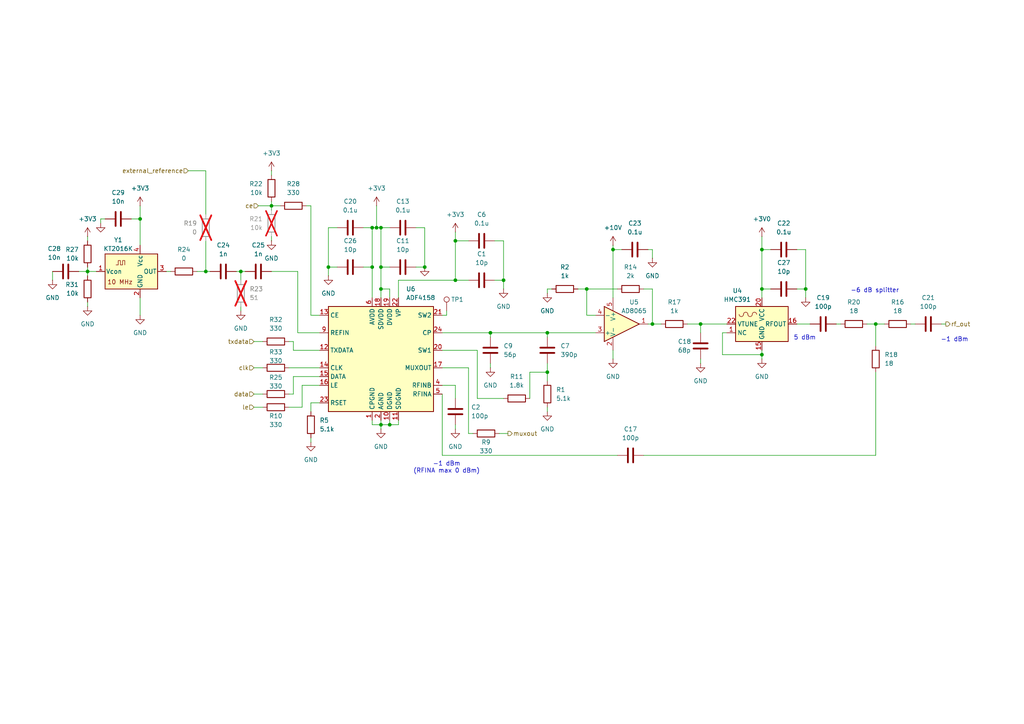
<source format=kicad_sch>
(kicad_sch (version 20250114) (generator "eeschema") (generator_version "9.0")
  (paper "A4")
  (title_block (title "ADF4158 + HMC391 PCB") (rev "v1.0") (company "Daniel Estévez"))
  (lib_symbols
    (symbol "ADF4158_PCB_library:AD8065" (pin_names (offset 0.127))
      (property "Reference" "U" (at 0 5.08 0))
      (property "Value" "AD8065" (at 0 -5.08 0))
      (symbol "AD8065_0_1"
        (polyline (pts (xy -5.08 5.08) (xy 5.08 0) (xy -5.08 -5.08) (xy -5.08 5.08)) (stroke (width 0.254)) (fill (type background)))
        (pin power_in line (at -2.54 7.62 270) (length 3.81) (name "V+") (number "5"))
        (pin power_in line (at -2.54 -7.62 90) (length 3.81) (name "V-") (number "2"))
      )
      (symbol "AD8065_1_1"
        (pin input line (at -7.62 2.54 0) (length 2.54) (name "-") (number "4"))
        (pin input line (at -7.62 -2.54 0) (length 2.54) (name "+") (number "3"))
        (pin output line (at 7.62 0 180) (length 2.54) (name "~") (number "1"))
      )
    )
    (symbol "ADF4158_PCB_library:HMC391"
      (property "Reference" "U" (at -6.35 6.35 0))
      (property "Value" "HMC391" (at 5.08 6.35 0))
      (symbol "HMC391_0_1"
        (rectangle (start -7.62 5.08) (end 7.62 -5.08) (stroke (width 0.254)) (fill (type background)))
        (arc (start -5.334 2.794) (mid -5.969 2.1617) (end -6.604 2.794))
        (arc (start -5.334 2.794) (mid -4.699 3.4263) (end -4.064 2.794))
        (arc (start -2.794 2.794) (mid -3.429 2.1617) (end -4.064 2.794))
        (arc (start -2.794 2.794) (mid -2.159 3.4263) (end -1.524 2.794))
      )
      (symbol "HMC391_1_1"
        (pin input line (at -10.16 0 0) (length 2.54) (name "VTUNE") (number "22"))
        (pin passive line (at -10.16 -2.54 0) (length 2.54) (name "NC") (number "1"))
        (pin passive line (at -10.16 -2.54 0) (length 2.54) (hide yes) (name "NC") (number "10"))
        (pin passive line (at -10.16 -2.54 0) (length 2.54) (hide yes) (name "NC") (number "11"))
        (pin passive line (at -10.16 -2.54 0) (length 2.54) (hide yes) (name "NC") (number "12"))
        (pin passive line (at -10.16 -2.54 0) (length 2.54) (hide yes) (name "NC") (number "13"))
        (pin passive line (at -10.16 -2.54 0) (length 2.54) (hide yes) (name "NC") (number "14"))
        (pin passive line (at -10.16 -2.54 0) (length 2.54) (hide yes) (name "NC") (number "17"))
        (pin passive line (at -10.16 -2.54 0) (length 2.54) (hide yes) (name "NC") (number "18"))
        (pin passive line (at -10.16 -2.54 0) (length 2.54) (hide yes) (name "NC") (number "19"))
        (pin passive line (at -10.16 -2.54 0) (length 2.54) (hide yes) (name "NC") (number "2"))
        (pin passive line (at -10.16 -2.54 0) (length 2.54) (hide yes) (name "NC") (number "21"))
        (pin passive line (at -10.16 -2.54 0) (length 2.54) (hide yes) (name "NC") (number "23"))
        (pin passive line (at -10.16 -2.54 0) (length 2.54) (hide yes) (name "NC") (number "24"))
        (pin passive line (at -10.16 -2.54 0) (length 2.54) (hide yes) (name "NC") (number "3"))
        (pin passive line (at -10.16 -2.54 0) (length 2.54) (hide yes) (name "NC") (number "4"))
        (pin passive line (at -10.16 -2.54 0) (length 2.54) (hide yes) (name "NC") (number "5"))
        (pin passive line (at -10.16 -2.54 0) (length 2.54) (hide yes) (name "NC") (number "6"))
        (pin passive line (at -10.16 -2.54 0) (length 2.54) (hide yes) (name "NC") (number "7"))
        (pin passive line (at -10.16 -2.54 0) (length 2.54) (hide yes) (name "NC") (number "8"))
        (pin passive line (at -10.16 -2.54 0) (length 2.54) (hide yes) (name "NC") (number "9"))
        (pin power_in line (at 0 7.62 270) (length 2.54) (name "VCC") (number "20"))
        (pin power_in line (at 0 -7.62 90) (length 2.54) (name "GND") (number "15"))
        (pin passive line (at 0 -7.62 90) (length 2.54) (hide yes) (name "GND") (number "25"))
        (pin output line (at 10.16 0 180) (length 2.54) (name "RFOUT") (number "16"))
      )
    )
    (symbol "ADF4158_PCB_library:KT2016K" (pin_names (offset 0.254))
      (property "Reference" "Y" (at -5.08 6.35 0))
      (property "Value" "KT2016K" (at 1.27 -6.35 0))
      (symbol "KT2016K_0_1"
        (rectangle (start -10.16 5.08) (end 5.08 -5.08) (stroke (width 0.254)) (fill (type background)))
        (polyline (pts (xy -6.985 1.905) (xy -6.35 1.905) (xy -6.35 3.175) (xy -5.715 3.175) (xy -5.715 1.905) (xy -5.08 1.905) (xy -5.08 3.175) (xy -4.445 3.175) (xy -4.445 1.905)))
      )
      (symbol "KT2016K_1_1"
        (text "10 MHz" (at -5.842 -3.048 0) (effects (font (size 1.27 1.27))))
        (pin input line (at -12.7 0 0) (length 2.54) (name "Vcon") (number "1"))
        (pin power_in line (at 0 7.62 270) (length 2.54) (name "Vcc") (number "4"))
        (pin power_in line (at 0 -7.62 90) (length 2.54) (name "GND") (number "2"))
        (pin output line (at 7.62 0 180) (length 2.54) (name "OUT") (number "3"))
      )
    )
    (symbol "Connector:TestPoint" (pin_numbers (hide yes)) (pin_names (offset 0.762) (hide yes))
      (property "Reference" "TP" (at 0 6.858 0))
      (property "Value" "TestPoint" (at 0 5.08 0))
      (symbol "TestPoint_0_1"
        (circle (center 0 3.302) (radius 0.762))
      )
      (symbol "TestPoint_1_1"
        (pin passive line (at 0 0 90) (length 2.54) (name "1") (number "1"))
      )
    )
    (symbol "Device:C" (pin_numbers (hide yes)) (pin_names (offset 0.254))
      (property "Reference" "C" (at 0.635 2.54 0))
      (property "Value" "C" (at 0.635 -2.54 0))
      (symbol "C_0_1"
        (polyline (pts (xy -2.032 0.762) (xy 2.032 0.762)) (stroke (width 0.508)))
        (polyline (pts (xy -2.032 -0.762) (xy 2.032 -0.762)) (stroke (width 0.508)))
      )
      (symbol "C_1_1"
        (pin passive line (at 0 3.81 270) (length 2.794) (name "~") (number "1"))
        (pin passive line (at 0 -3.81 90) (length 2.794) (name "~") (number "2"))
      )
    )
    (symbol "Device:R" (pin_numbers (hide yes)) (pin_names (offset 0))
      (property "Reference" "R" (at 2.032 0 90))
      (property "Value" "R" (at 0 0 90))
      (symbol "R_0_1"
        (rectangle (start -1.016 -2.54) (end 1.016 2.54) (stroke (width 0.254)))
      )
      (symbol "R_1_1"
        (pin passive line (at 0 3.81 270) (length 1.27) (name "~") (number "1"))
        (pin passive line (at 0 -3.81 90) (length 1.27) (name "~") (number "2"))
      )
    )
    (symbol "Timer_PLL:ADF4158"
      (property "Reference" "U" (at 0 2.54 0))
      (property "Value" "ADF4158" (at 0 0 0))
      (symbol "ADF4158_0_1"
        (rectangle (start -15.24 15.24) (end 15.24 -15.24) (stroke (width 0.254)) (fill (type background)))
      )
      (symbol "ADF4158_1_1"
        (pin input line (at -17.78 12.7 0) (length 2.54) (name "CE") (number "13"))
        (pin input line (at -17.78 7.62 0) (length 2.54) (name "REFIN") (number "9"))
        (pin input line (at -17.78 2.54 0) (length 2.54) (name "TXDATA") (number "12"))
        (pin input line (at -17.78 -2.54 0) (length 2.54) (name "CLK") (number "14"))
        (pin input line (at -17.78 -5.08 0) (length 2.54) (name "DATA") (number "15"))
        (pin input line (at -17.78 -7.62 0) (length 2.54) (name "LE") (number "16"))
        (pin passive line (at -17.78 -12.7 0) (length 2.54) (name "RSET") (number "23"))
        (pin power_in line (at -2.54 17.78 270) (length 2.54) (name "AVDD") (number "6"))
        (pin passive line (at -2.54 17.78 270) (length 2.54) (hide yes) (name "AVDD") (number "7"))
        (pin passive line (at -2.54 17.78 270) (length 2.54) (hide yes) (name "AVDD") (number "8"))
        (pin power_in line (at -2.54 -17.78 90) (length 2.54) (name "CPGND") (number "1"))
        (pin power_in line (at 0 17.78 270) (length 2.54) (name "SDVDD") (number "18"))
        (pin power_in line (at 0 -17.78 90) (length 2.54) (name "AGND") (number "2"))
        (pin passive line (at 0 -17.78 90) (length 2.54) (hide yes) (name "AGND") (number "25"))
        (pin passive line (at 0 -17.78 90) (length 2.54) (hide yes) (name "AGND") (number "3"))
        (pin power_in line (at 2.54 17.78 270) (length 2.54) (name "DVDD") (number "19"))
        (pin power_in line (at 2.54 -17.78 90) (length 2.54) (name "DGND") (number "10"))
        (pin power_in line (at 5.08 17.78 270) (length 2.54) (name "VP") (number "22"))
        (pin power_in line (at 5.08 -17.78 90) (length 2.54) (name "SDGND") (number "11"))
        (pin passive line (at 17.78 12.7 180) (length 2.54) (name "SW2") (number "21"))
        (pin output line (at 17.78 7.62 180) (length 2.54) (name "CP") (number "24"))
        (pin passive line (at 17.78 2.54 180) (length 2.54) (name "SW1") (number "20"))
        (pin output line (at 17.78 -2.54 180) (length 2.54) (name "MUXOUT") (number "17"))
        (pin input line (at 17.78 -7.62 180) (length 2.54) (name "RFINB") (number "4"))
        (pin input line (at 17.78 -10.16 180) (length 2.54) (name "RFINA") (number "5"))
      )
    )
    (symbol "power:+10V" (power) (pin_numbers (hide yes)) (pin_names (offset 0) (hide yes))
      (property "Value" "+10V" (at 0 3.556 0))
      (symbol "+10V_0_1"
        (polyline (pts (xy -0.762 1.27) (xy 0 2.54)))
        (polyline (pts (xy 0 2.54) (xy 0.762 1.27)))
        (polyline (pts (xy 0 0) (xy 0 2.54)))
      )
      (symbol "+10V_1_1"
        (pin power_in line (at 0 0 90) (length 0) (name "~") (number "1"))
      )
    )
    (symbol "power:+3V0" (power) (pin_numbers (hide yes)) (pin_names (offset 0) (hide yes))
      (property "Value" "+3V0" (at 0 3.556 0))
      (symbol "+3V0_0_1"
        (polyline (pts (xy -0.762 1.27) (xy 0 2.54)))
        (polyline (pts (xy 0 2.54) (xy 0.762 1.27)))
        (polyline (pts (xy 0 0) (xy 0 2.54)))
      )
      (symbol "+3V0_1_1"
        (pin power_in line (at 0 0 90) (length 0) (name "~") (number "1"))
      )
    )
    (symbol "power:+3V3" (power) (pin_numbers (hide yes)) (pin_names (offset 0) (hide yes))
      (property "Value" "+3V3" (at 0 3.556 0))
      (symbol "+3V3_0_1"
        (polyline (pts (xy -0.762 1.27) (xy 0 2.54)))
        (polyline (pts (xy 0 2.54) (xy 0.762 1.27)))
        (polyline (pts (xy 0 0) (xy 0 2.54)))
      )
      (symbol "+3V3_1_1"
        (pin power_in line (at 0 0 90) (length 0) (name "~") (number "1"))
      )
    )
    (symbol "power:GND" (power) (pin_numbers (hide yes)) (pin_names (offset 0) (hide yes))
      (property "Value" "GND" (at 0 -3.81 0))
      (symbol "GND_0_1"
        (polyline (pts (xy 0 0) (xy 0 -1.27) (xy 1.27 -1.27) (xy 0 -2.54) (xy -1.27 -1.27) (xy 0 -1.27)))
      )
      (symbol "GND_1_1"
        (pin power_in line (at 0 0 270) (length 0) (name "~") (number "1"))
      )
    )
  )
  (text "-6 dB splitter" (at 253.746 84.328 0) (effects (font (size 1.27 1.27))))
  (text "-1 dBm\n(RFINA max 0 dBm)" (at 129.54 135.636 0) (effects (font (size 1.27 1.27))))
  (text "-1 dBm" (at 276.86 98.552 0) (effects (font (size 1.27 1.27))))
  (text "5 dBm" (at 233.426 98.044 0) (effects (font (size 1.27 1.27))))
  (junction (at 158.75 96.52))
  (junction (at 123.19 77.47))
  (junction (at 146.05 81.28))
  (junction (at 113.03 123.19))
  (junction (at 69.85 78.74))
  (junction (at 158.75 107.95))
  (junction (at 203.2 93.98))
  (junction (at 170.18 83.82))
  (junction (at 132.08 81.28))
  (junction (at 40.64 63.5))
  (junction (at 220.98 83.82))
  (junction (at 109.22 66.04))
  (junction (at 220.98 102.87))
  (junction (at 220.98 72.39))
  (junction (at 177.8 72.39))
  (junction (at 95.25 77.47))
  (junction (at 189.23 93.98))
  (junction (at 110.49 123.19))
  (junction (at 59.69 78.74))
  (junction (at 25.4 78.74))
  (junction (at 233.68 83.82))
  (junction (at 107.95 66.04))
  (junction (at 107.95 77.47))
  (junction (at 254 93.98))
  (junction (at 110.49 83.82))
  (junction (at 110.49 66.04))
  (junction (at 132.08 69.85))
  (junction (at 142.24 96.52))
  (junction (at 78.74 59.69))
  (junction (at 110.49 77.47))
  (wire (pts (xy 87.63 118.11) (xy 87.63 111.76)))
  (wire (pts (xy 132.08 81.28) (xy 115.57 81.28)))
  (wire (pts (xy 158.75 107.95) (xy 158.75 110.49)))
  (wire (pts (xy 167.64 83.82) (xy 170.18 83.82)))
  (wire (pts (xy 220.98 68.58) (xy 220.98 72.39)))
  (wire (pts (xy 92.71 116.84) (xy 90.17 116.84)))
  (wire (pts (xy 57.15 78.74) (xy 59.69 78.74)))
  (wire (pts (xy 132.08 67.31) (xy 132.08 69.85)))
  (wire (pts (xy 123.19 77.47) (xy 120.65 77.47)))
  (wire (pts (xy 83.82 99.06) (xy 85.09 99.06)))
  (wire (pts (xy 110.49 123.19) (xy 110.49 124.46)))
  (wire (pts (xy 129.54 91.44) (xy 129.54 90.17)))
  (wire (pts (xy 177.8 101.6) (xy 177.8 104.14)))
  (wire (pts (xy 128.27 111.76) (xy 132.08 111.76)))
  (wire (pts (xy 123.19 66.04) (xy 123.19 77.47)))
  (wire (pts (xy 78.74 78.74) (xy 86.36 78.74)))
  (wire (pts (xy 177.8 72.39) (xy 177.8 86.36)))
  (wire (pts (xy 170.18 83.82) (xy 170.18 91.44)))
  (wire (pts (xy 177.8 71.12) (xy 177.8 72.39)))
  (wire (pts (xy 90.17 116.84) (xy 90.17 119.38)))
  (wire (pts (xy 71.12 78.74) (xy 69.85 78.74)))
  (wire (pts (xy 170.18 83.82) (xy 179.07 83.82)))
  (wire (pts (xy 220.98 101.6) (xy 220.98 102.87)))
  (wire (pts (xy 110.49 66.04) (xy 110.49 77.47)))
  (wire (pts (xy 135.89 106.68) (xy 135.89 125.73)))
  (wire (pts (xy 78.74 59.69) (xy 81.28 59.69)))
  (wire (pts (xy 54.61 49.53) (xy 59.69 49.53)))
  (wire (pts (xy 113.03 77.47) (xy 110.49 77.47)))
  (wire (pts (xy 142.24 105.41) (xy 142.24 106.68)))
  (wire (pts (xy 231.14 93.98) (xy 234.95 93.98)))
  (wire (pts (xy 220.98 72.39) (xy 220.98 83.82)))
  (wire (pts (xy 158.75 118.11) (xy 158.75 119.38)))
  (wire (pts (xy 40.64 86.36) (xy 40.64 91.44)))
  (wire (pts (xy 142.24 96.52) (xy 158.75 96.52)))
  (wire (pts (xy 59.69 69.85) (xy 59.69 78.74)))
  (wire (pts (xy 120.65 66.04) (xy 123.19 66.04)))
  (wire (pts (xy 107.95 123.19) (xy 110.49 123.19)))
  (wire (pts (xy 128.27 132.08) (xy 179.07 132.08)))
  (wire (pts (xy 68.58 78.74) (xy 69.85 78.74)))
  (wire (pts (xy 220.98 83.82) (xy 223.52 83.82)))
  (wire (pts (xy 115.57 123.19) (xy 113.03 123.19)))
  (wire (pts (xy 220.98 72.39) (xy 223.52 72.39)))
  (wire (pts (xy 160.02 83.82) (xy 158.75 83.82)))
  (wire (pts (xy 128.27 106.68) (xy 135.89 106.68)))
  (wire (pts (xy 83.82 106.68) (xy 92.71 106.68)))
  (wire (pts (xy 83.82 114.3) (xy 85.09 114.3)))
  (wire (pts (xy 73.66 106.68) (xy 76.2 106.68)))
  (wire (pts (xy 128.27 101.6) (xy 138.43 101.6)))
  (wire (pts (xy 115.57 81.28) (xy 115.57 86.36)))
  (wire (pts (xy 85.09 101.6) (xy 92.71 101.6)))
  (wire (pts (xy 22.86 78.74) (xy 25.4 78.74)))
  (wire (pts (xy 29.21 63.5) (xy 30.48 63.5)))
  (wire (pts (xy 85.09 114.3) (xy 85.09 109.22)))
  (wire (pts (xy 25.4 87.63) (xy 25.4 88.9)))
  (wire (pts (xy 199.39 93.98) (xy 203.2 93.98)))
  (wire (pts (xy 128.27 114.3) (xy 128.27 132.08)))
  (wire (pts (xy 203.2 93.98) (xy 210.82 93.98)))
  (wire (pts (xy 115.57 121.92) (xy 115.57 123.19)))
  (wire (pts (xy 110.49 83.82) (xy 110.49 86.36)))
  (wire (pts (xy 48.26 78.74) (xy 49.53 78.74)))
  (wire (pts (xy 113.03 121.92) (xy 113.03 123.19)))
  (wire (pts (xy 113.03 83.82) (xy 110.49 83.82)))
  (wire (pts (xy 146.05 83.82) (xy 146.05 81.28)))
  (wire (pts (xy 251.46 93.98) (xy 254 93.98)))
  (wire (pts (xy 113.03 123.19) (xy 110.49 123.19)))
  (wire (pts (xy 187.96 93.98) (xy 189.23 93.98)))
  (wire (pts (xy 254 93.98) (xy 256.54 93.98)))
  (wire (pts (xy 59.69 49.53) (xy 59.69 62.23)))
  (wire (pts (xy 95.25 80.01) (xy 95.25 77.47)))
  (wire (pts (xy 105.41 66.04) (xy 107.95 66.04)))
  (wire (pts (xy 128.27 96.52) (xy 142.24 96.52)))
  (wire (pts (xy 203.2 93.98) (xy 203.2 96.52)))
  (wire (pts (xy 233.68 72.39) (xy 233.68 83.82)))
  (wire (pts (xy 78.74 58.42) (xy 78.74 59.69)))
  (wire (pts (xy 132.08 81.28) (xy 135.89 81.28)))
  (wire (pts (xy 110.49 77.47) (xy 110.49 83.82)))
  (wire (pts (xy 203.2 104.14) (xy 203.2 105.41)))
  (wire (pts (xy 87.63 118.11) (xy 83.82 118.11)))
  (wire (pts (xy 273.05 93.98) (xy 274.32 93.98)))
  (wire (pts (xy 233.68 83.82) (xy 231.14 83.82)))
  (wire (pts (xy 210.82 96.52) (xy 209.55 96.52)))
  (wire (pts (xy 109.22 66.04) (xy 110.49 66.04)))
  (wire (pts (xy 109.22 59.69) (xy 109.22 66.04)))
  (wire (pts (xy 107.95 66.04) (xy 107.95 77.47)))
  (wire (pts (xy 95.25 66.04) (xy 95.25 77.47)))
  (wire (pts (xy 110.49 121.92) (xy 110.49 123.19)))
  (wire (pts (xy 186.69 132.08) (xy 254 132.08)))
  (wire (pts (xy 132.08 69.85) (xy 132.08 81.28)))
  (wire (pts (xy 172.72 96.52) (xy 158.75 96.52)))
  (wire (pts (xy 187.96 72.39) (xy 189.23 72.39)))
  (wire (pts (xy 138.43 115.57) (xy 146.05 115.57)))
  (wire (pts (xy 25.4 68.58) (xy 25.4 69.85)))
  (wire (pts (xy 153.67 107.95) (xy 158.75 107.95)))
  (wire (pts (xy 25.4 78.74) (xy 25.4 77.47)))
  (wire (pts (xy 220.98 102.87) (xy 220.98 104.14)))
  (wire (pts (xy 97.79 66.04) (xy 95.25 66.04)))
  (wire (pts (xy 85.09 99.06) (xy 85.09 101.6)))
  (wire (pts (xy 90.17 127) (xy 90.17 128.27)))
  (wire (pts (xy 25.4 78.74) (xy 27.94 78.74)))
  (wire (pts (xy 78.74 59.69) (xy 78.74 60.96)))
  (wire (pts (xy 142.24 96.52) (xy 142.24 97.79)))
  (wire (pts (xy 40.64 63.5) (xy 38.1 63.5)))
  (wire (pts (xy 107.95 121.92) (xy 107.95 123.19)))
  (wire (pts (xy 132.08 69.85) (xy 135.89 69.85)))
  (wire (pts (xy 158.75 105.41) (xy 158.75 107.95)))
  (wire (pts (xy 264.16 93.98) (xy 265.43 93.98)))
  (wire (pts (xy 40.64 59.69) (xy 40.64 63.5)))
  (wire (pts (xy 209.55 102.87) (xy 220.98 102.87)))
  (wire (pts (xy 113.03 86.36) (xy 113.03 83.82)))
  (wire (pts (xy 254 107.95) (xy 254 132.08)))
  (wire (pts (xy 69.85 78.74) (xy 69.85 81.28)))
  (wire (pts (xy 220.98 83.82) (xy 220.98 86.36)))
  (wire (pts (xy 158.75 83.82) (xy 158.75 85.09)))
  (wire (pts (xy 186.69 83.82) (xy 189.23 83.82)))
  (wire (pts (xy 74.93 59.69) (xy 78.74 59.69)))
  (wire (pts (xy 143.51 69.85) (xy 146.05 69.85)))
  (wire (pts (xy 105.41 77.47) (xy 107.95 77.47)))
  (wire (pts (xy 128.27 91.44) (xy 129.54 91.44)))
  (wire (pts (xy 189.23 72.39) (xy 189.23 74.93)))
  (wire (pts (xy 88.9 59.69) (xy 90.17 59.69)))
  (wire (pts (xy 73.66 114.3) (xy 76.2 114.3)))
  (wire (pts (xy 85.09 109.22) (xy 92.71 109.22)))
  (wire (pts (xy 92.71 91.44) (xy 90.17 91.44)))
  (wire (pts (xy 209.55 96.52) (xy 209.55 102.87)))
  (wire (pts (xy 78.74 68.58) (xy 78.74 69.85)))
  (wire (pts (xy 146.05 69.85) (xy 146.05 81.28)))
  (wire (pts (xy 132.08 111.76) (xy 132.08 115.57)))
  (wire (pts (xy 146.05 81.28) (xy 143.51 81.28)))
  (wire (pts (xy 78.74 49.53) (xy 78.74 50.8)))
  (wire (pts (xy 107.95 77.47) (xy 107.95 86.36)))
  (wire (pts (xy 40.64 63.5) (xy 40.64 71.12)))
  (wire (pts (xy 95.25 77.47) (xy 97.79 77.47)))
  (wire (pts (xy 231.14 72.39) (xy 233.68 72.39)))
  (wire (pts (xy 189.23 83.82) (xy 189.23 93.98)))
  (wire (pts (xy 138.43 101.6) (xy 138.43 115.57)))
  (wire (pts (xy 59.69 78.74) (xy 60.96 78.74)))
  (wire (pts (xy 86.36 96.52) (xy 92.71 96.52)))
  (wire (pts (xy 73.66 118.11) (xy 76.2 118.11)))
  (wire (pts (xy 113.03 66.04) (xy 110.49 66.04)))
  (wire (pts (xy 242.57 93.98) (xy 243.84 93.98)))
  (wire (pts (xy 153.67 115.57) (xy 153.67 107.95)))
  (wire (pts (xy 109.22 66.04) (xy 107.95 66.04)))
  (wire (pts (xy 158.75 97.79) (xy 158.75 96.52)))
  (wire (pts (xy 15.24 78.74) (xy 15.24 81.28)))
  (wire (pts (xy 254 93.98) (xy 254 100.33)))
  (wire (pts (xy 90.17 91.44) (xy 90.17 59.69)))
  (wire (pts (xy 189.23 93.98) (xy 191.77 93.98)))
  (wire (pts (xy 29.21 64.77) (xy 29.21 63.5)))
  (wire (pts (xy 135.89 125.73) (xy 137.16 125.73)))
  (wire (pts (xy 170.18 91.44) (xy 172.72 91.44)))
  (wire (pts (xy 177.8 72.39) (xy 180.34 72.39)))
  (wire (pts (xy 233.68 86.36) (xy 233.68 83.82)))
  (wire (pts (xy 144.78 125.73) (xy 147.32 125.73)))
  (wire (pts (xy 69.85 88.9) (xy 69.85 90.17)))
  (wire (pts (xy 73.66 99.06) (xy 76.2 99.06)))
  (wire (pts (xy 86.36 78.74) (xy 86.36 96.52)))
  (wire (pts (xy 132.08 123.19) (xy 132.08 124.46)))
  (wire (pts (xy 87.63 111.76) (xy 92.71 111.76)))
  (wire (pts (xy 25.4 78.74) (xy 25.4 80.01)))
  (hierarchical_label "external_reference" (shape input) (at 54.61 49.53 180))
  (hierarchical_label "txdata" (shape input) (at 73.66 99.06 180))
  (hierarchical_label "le" (shape input) (at 73.66 118.11 180))
  (hierarchical_label "rf_out" (shape output) (at 274.32 93.98 0))
  (hierarchical_label "muxout" (shape output) (at 147.32 125.73 0))
  (hierarchical_label "ce" (shape input) (at 74.93 59.69 180))
  (hierarchical_label "data" (shape input) (at 73.66 114.3 180))
  (hierarchical_label "clk" (shape input) (at 73.66 106.68 180))
  (symbol (lib_id "Device:R") (at 80.01 99.06 90) (unit 1)
    (property "Reference" "R32" (at 80.01 92.71 90))
    (property "Value" "330" (at 80.01 95.25 90))
    (property "Footprint" "Resistor_SMD:R_0402_1005Metric" (effects (hide yes)))
    (property "Datasheet" "https://industrial.panasonic.com/cdbs/www-data/pdf/RDA0000/AOA0000C304.pdf" (effects (hide yes)))
    (property "Description" "RES SMD 330 OHM 1% 1/10W 0402" (effects (hide yes)))
    (property "Digikey Part Number" "P330LCT-ND" (effects (hide yes)))
  )
  (symbol (lib_id "Device:R") (at 85.09 59.69 90) (unit 1)
    (property "Reference" "R28" (at 85.09 53.34 90))
    (property "Value" "330" (at 85.09 55.88 90))
    (property "Footprint" "Resistor_SMD:R_0402_1005Metric" (effects (hide yes)))
    (property "Datasheet" "https://industrial.panasonic.com/cdbs/www-data/pdf/RDA0000/AOA0000C304.pdf" (effects (hide yes)))
    (property "Description" "RES SMD 330 OHM 1% 1/10W 0402" (effects (hide yes)))
    (property "Digikey Part Number" "P330LCT-ND" (effects (hide yes)))
  )
  (symbol (lib_id "Device:R") (at 158.75 114.3 180) (unit 1)
    (property "Reference" "R1" (at 161.29 113.0299 0) (effects (justify right)))
    (property "Value" "5.1k" (at 161.29 115.5699 0) (effects (justify right)))
    (property "Footprint" "Resistor_SMD:R_0402_1005Metric" (effects (hide yes)))
    (property "Datasheet" "https://industrial.panasonic.com/cdbs/www-data/pdf/RDM0000/AOA0000C307.pdf" (effects (hide yes)))
    (property "Description" "RES SMD 5.1K OHM 0.1% 1/16W 0402" (effects (hide yes)))
    (property "Digikey Part Number" "P5.1KDCCT-ND" (effects (hide yes)))
  )
  (symbol (lib_id "Device:R") (at 80.01 106.68 90) (unit 1)
    (property "Reference" "R33" (at 80.01 102.108 90))
    (property "Value" "330" (at 80.01 104.648 90))
    (property "Footprint" "Resistor_SMD:R_0402_1005Metric" (effects (hide yes)))
    (property "Datasheet" "https://industrial.panasonic.com/cdbs/www-data/pdf/RDA0000/AOA0000C304.pdf" (effects (hide yes)))
    (property "Description" "RES SMD 330 OHM 1% 1/10W 0402" (effects (hide yes)))
    (property "Digikey Part Number" "P330LCT-ND" (effects (hide yes)))
  )
  (symbol (lib_id "power:GND") (at 158.75 85.09 0) (unit 1)
    (property "Reference" "#PWR015" (effects (hide yes)))
    (property "Value" "GND" (at 158.75 90.17 0))
    (property "Description" "Power symbol creates a global label with name \"GND\" , ground" (effects (hide yes)))
  )
  (symbol (lib_id "Device:R") (at 140.97 125.73 90) (unit 1)
    (property "Reference" "R9" (at 140.97 128.27 90))
    (property "Value" "330" (at 140.97 130.81 90))
    (property "Footprint" "Resistor_SMD:R_0402_1005Metric" (effects (hide yes)))
    (property "Datasheet" "https://industrial.panasonic.com/cdbs/www-data/pdf/RDA0000/AOA0000C304.pdf" (effects (hide yes)))
    (property "Description" "RES SMD 330 OHM 1% 1/10W 0402" (effects (hide yes)))
    (property "Digikey Part Number" "P330LCT-ND" (effects (hide yes)))
  )
  (symbol (lib_id "Device:R") (at 78.74 54.61 0) (mirror y) (unit 1)
    (property "Reference" "R22" (at 76.2 53.3399 0) (effects (justify left)))
    (property "Value" "10k" (at 76.2 55.8799 0) (effects (justify left)))
    (property "Footprint" "Resistor_SMD:R_0402_1005Metric" (effects (hide yes)))
    (property "Datasheet" "https://industrial.panasonic.com/cdbs/www-data/pdf/RDA0000/AOA0000C304.pdf" (effects (hide yes)))
    (property "Description" "RES SMD 10K OHM 1% 1/10W 0402" (effects (hide yes)))
    (property "Digikey Part Number" "P10.0KLCT-ND" (effects (hide yes)))
  )
  (symbol (lib_id "power:GND") (at 142.24 106.68 0) (unit 1)
    (property "Reference" "#PWR013" (effects (hide yes)))
    (property "Value" "GND" (at 142.24 111.76 0))
    (property "Description" "Power symbol creates a global label with name \"GND\" , ground" (effects (hide yes)))
  )
  (symbol (lib_id "power:GND") (at 123.19 77.47 0) (mirror y) (unit 1)
    (property "Reference" "#PWR010" (effects (hide yes)))
    (property "Value" "GND" (effects (hide yes)))
    (property "Description" "Power symbol creates a global label with name \"GND\" , ground" (effects (hide yes)))
  )
  (symbol (lib_id "power:GND") (at 15.24 81.28 0) (unit 1)
    (property "Reference" "#PWR053" (effects (hide yes)))
    (property "Value" "GND" (at 15.24 86.36 0))
    (property "Description" "Power symbol creates a global label with name \"GND\" , ground" (effects (hide yes)))
  )
  (symbol (lib_id "Device:C") (at 19.05 78.74 90) (unit 1)
    (property "Reference" "C28" (at 15.748 72.136 90))
    (property "Value" "10n" (at 15.748 74.676 90))
    (property "Footprint" "Capacitor_SMD:C_0402_1005Metric" (effects (hide yes)))
    (property "Datasheet" "https://mm.digikey.com/Volume0/opasdata/d220001/medias/docus/609/CL05B103KB5NNN_Spec.pdf" (effects (hide yes)))
    (property "Description" "CAP CER 10000PF 50V X7R 0402" (effects (hide yes)))
    (property "Digikey Part Number" "1276-1028-1-ND" (effects (hide yes)))
  )
  (symbol (lib_id "Device:R") (at 90.17 123.19 180) (unit 1)
    (property "Reference" "R5" (at 92.71 121.9199 0) (effects (justify right)))
    (property "Value" "5.1k" (at 92.71 124.4599 0) (effects (justify right)))
    (property "Footprint" "Resistor_SMD:R_0402_1005Metric" (effects (hide yes)))
    (property "Datasheet" "https://industrial.panasonic.com/cdbs/www-data/pdf/RDM0000/AOA0000C307.pdf" (effects (hide yes)))
    (property "Description" "RES SMD 5.1K OHM 0.1% 1/16W 0402" (effects (hide yes)))
    (property "Digikey Part Number" "P5.1KDCCT-ND" (effects (hide yes)))
  )
  (symbol (lib_id "Device:C") (at 34.29 63.5 270) (mirror x) (unit 1)
    (property "Reference" "C29" (at 34.29 55.88 90))
    (property "Value" "10n" (at 34.29 58.42 90))
    (property "Footprint" "Capacitor_SMD:C_0402_1005Metric" (effects (hide yes)))
    (property "Datasheet" "https://mm.digikey.com/Volume0/opasdata/d220001/medias/docus/609/CL05B103KB5NNN_Spec.pdf" (effects (hide yes)))
    (property "Description" "CAP CER 10000PF 50V X7R 0402" (effects (hide yes)))
    (property "Digikey Part Number" "1276-1028-1-ND" (effects (hide yes)))
  )
  (symbol (lib_id "power:GND") (at 90.17 128.27 0) (unit 1)
    (property "Reference" "#PWR06" (effects (hide yes)))
    (property "Value" "GND" (at 90.17 133.35 0))
    (property "Description" "Power symbol creates a global label with name \"GND\" , ground" (effects (hide yes)))
  )
  (symbol (lib_id "Device:C") (at 238.76 93.98 90) (unit 1)
    (property "Reference" "C19" (at 238.76 86.36 90))
    (property "Value" "100p" (at 238.76 88.9 90))
    (property "Footprint" "Capacitor_SMD:C_0402_1005Metric" (effects (hide yes)))
    (property "Datasheet" "https://mm.digikey.com/Volume0/opasdata/d220001/medias/docus/609/CL05C101JB5NNNC_Spec.pdf" (effects (hide yes)))
    (property "Description" "CAP CER 100PF 50V C0G/NP0 0402" (effects (hide yes)))
    (property "Digikey Part Number" "1276-1025-1-ND" (effects (hide yes)))
  )
  (symbol (lib_id "Device:C") (at 132.08 119.38 0) (unit 1)
    (property "Reference" "C2" (at 136.652 118.11 0) (effects (justify left)))
    (property "Value" "100p" (at 136.652 120.65 0) (effects (justify left)))
    (property "Footprint" "Capacitor_SMD:C_0402_1005Metric" (effects (hide yes)))
    (property "Datasheet" "https://mm.digikey.com/Volume0/opasdata/d220001/medias/docus/609/CL05C101JB5NNNC_Spec.pdf" (effects (hide yes)))
    (property "Description" "CAP CER 100PF 50V C0G/NP0 0402" (effects (hide yes)))
    (property "Digikey Part Number" "1276-1025-1-ND" (effects (hide yes)))
  )
  (symbol (lib_id "Device:C") (at 142.24 101.6 0) (unit 1)
    (property "Reference" "C9" (at 146.05 100.3299 0) (effects (justify left)))
    (property "Value" "56p" (at 146.05 102.8699 0) (effects (justify left)))
    (property "Footprint" "Capacitor_SMD:C_0402_1005Metric" (effects (hide yes)))
    (property "Datasheet" "https://search.murata.co.jp/Ceramy/image/img/A01X/G101/ENG/GRM1555C1H560JA01-01.pdf" (effects (hide yes)))
    (property "Description" "CAP CER 56PF 50V C0G/NP0 0402" (effects (hide yes)))
    (property "Digikey Part Number" "490-1288-1-ND" (effects (hide yes)))
  )
  (symbol (lib_id "Device:C") (at 101.6 66.04 90) (unit 1)
    (property "Reference" "C20" (at 101.6 58.42 90))
    (property "Value" "0.1u" (at 101.6 60.96 90))
    (property "Footprint" "Capacitor_SMD:C_0402_1005Metric" (effects (hide yes)))
    (property "Datasheet" "https://mm.digikey.com/Volume0/opasdata/d220001/medias/docus/609/CL05B104KP5NNNC_Spec.pdf" (effects (hide yes)))
    (property "Description" "CAP CER 0.1UF 10V X7R 0402" (effects (hide yes)))
    (property "Digikey Part Number" "1276-1002-1-ND" (effects (hide yes)))
  )
  (symbol (lib_id "Device:R") (at 80.01 118.11 90) (unit 1)
    (property "Reference" "R10" (at 80.01 120.65 90))
    (property "Value" "330" (at 80.01 123.19 90))
    (property "Footprint" "Resistor_SMD:R_0402_1005Metric" (effects (hide yes)))
    (property "Datasheet" "https://industrial.panasonic.com/cdbs/www-data/pdf/RDA0000/AOA0000C304.pdf" (effects (hide yes)))
    (property "Description" "RES SMD 330 OHM 1% 1/10W 0402" (effects (hide yes)))
    (property "Digikey Part Number" "P330LCT-ND" (effects (hide yes)))
  )
  (symbol (lib_id "Device:C") (at 139.7 69.85 270) (mirror x) (unit 1)
    (property "Reference" "C6" (at 139.7 62.23 90))
    (property "Value" "0.1u" (at 139.7 64.77 90))
    (property "Footprint" "Capacitor_SMD:C_0402_1005Metric" (effects (hide yes)))
    (property "Datasheet" "https://mm.digikey.com/Volume0/opasdata/d220001/medias/docus/609/CL05B104KP5NNNC_Spec.pdf" (effects (hide yes)))
    (property "Description" "CAP CER 0.1UF 10V X7R 0402" (effects (hide yes)))
    (property "Digikey Part Number" "1276-1002-1-ND" (effects (hide yes)))
  )
  (symbol (lib_id "Device:R") (at 149.86 115.57 90) (unit 1)
    (property "Reference" "R11" (at 149.86 109.22 90))
    (property "Value" "1.8k" (at 149.86 111.76 90))
    (property "Footprint" "Resistor_SMD:R_0402_1005Metric" (effects (hide yes)))
    (property "Datasheet" "https://industrial.panasonic.com/cdbs/www-data/pdf/RDA0000/AOA0000C304.pdf" (effects (hide yes)))
    (property "Description" "RES SMD 1.8K OHM 1% 1/10W 0402" (effects (hide yes)))
    (property "Digikey Part Number" "P1.80KLCT-ND" (effects (hide yes)))
  )
  (symbol (lib_id "power:+3V3") (at 109.22 59.69 0) (unit 1)
    (property "Reference" "#PWR08" (effects (hide yes)))
    (property "Value" "+3V3" (at 109.22 54.61 0))
    (property "Description" "Power symbol creates a global label with name \"+3V3\"" (effects (hide yes)))
  )
  (symbol (lib_id "power:GND") (at 189.23 74.93 0) (unit 1)
    (property "Reference" "#PWR019" (effects (hide yes)))
    (property "Value" "GND" (at 189.23 80.01 0))
    (property "Description" "Power symbol creates a global label with name \"GND\" , ground" (effects (hide yes)))
  )
  (symbol (lib_id "Device:C") (at 64.77 78.74 90) (unit 1)
    (property "Reference" "C24" (at 64.77 71.12 90))
    (property "Value" "1n" (at 64.77 73.66 90))
    (property "Footprint" "Capacitor_SMD:C_0402_1005Metric" (effects (hide yes)))
    (property "Datasheet" "https://mm.digikey.com/Volume0/opasdata/d220001/medias/docus/609/CL05B102KB5NNNC_Spec.pdf" (effects (hide yes)))
    (property "Description" "CAP CER 1000PF 50V X7R 0402" (effects (hide yes)))
    (property "Digikey Part Number" "1276-1032-1-ND" (effects (hide yes)))
  )
  (symbol (lib_id "Device:R") (at 25.4 73.66 0) (mirror y) (unit 1)
    (property "Reference" "R27" (at 22.86 72.3899 0) (effects (justify left)))
    (property "Value" "10k" (at 22.86 74.9299 0) (effects (justify left)))
    (property "Footprint" "Resistor_SMD:R_0402_1005Metric" (effects (hide yes)))
    (property "Datasheet" "https://industrial.panasonic.com/cdbs/www-data/pdf/RDA0000/AOA0000C304.pdf" (effects (hide yes)))
    (property "Description" "RES SMD 10K OHM 1% 1/10W 0402" (effects (hide yes)))
    (property "Digikey Part Number" "P10.0KLCT-ND" (effects (hide yes)))
  )
  (symbol (lib_id "Device:C") (at 203.2 100.33 0) (unit 1)
    (property "Reference" "C18" (at 196.596 99.06 0) (effects (justify left)))
    (property "Value" "68p" (at 196.596 101.6 0) (effects (justify left)))
    (property "Footprint" "Capacitor_SMD:C_0402_1005Metric" (effects (hide yes)))
    (property "Datasheet" "https://search.murata.co.jp/Ceramy/image/img/A01X/G101/ENG/GRM1555C1H680JA01-01.pdf" (effects (hide yes)))
    (property "Description" "CAP CER 68PF 50V C0G/NP0 0402" (effects (hide yes)))
    (property "Digikey Part Number" "490-5876-1-ND" (effects (hide yes)))
  )
  (symbol (lib_id "ADF4158_PCB_library:HMC391") (at 220.98 93.98 0) (unit 1)
    (property "Reference" "U4" (at 213.868 84.328 0))
    (property "Value" "HMC391" (at 213.868 86.868 0))
    (property "Footprint" "Package_DFN_QFN:QFN-24-1EP_4x4mm_P0.5mm_EP2.8x2.8mm" (effects (hide yes)))
    (property "Datasheet" "https://www.analog.com/media/en/technical-documentation/data-sheets/hmc391.pdf" (effects (hide yes)))
    (property "Description" "3.9-4.45GHz VCO, QFN-24" (effects (hide yes)))
    (property "Digikey Part Number" "505-HMC391LP4ECT-ND" (effects (hide yes)))
  )
  (symbol (lib_id "power:GND") (at 29.21 64.77 0) (unit 1)
    (property "Reference" "#PWR01" (effects (hide yes)))
    (property "Value" "GND" (effects (hide yes)))
    (property "Description" "Power symbol creates a global label with name \"GND\" , ground" (effects (hide yes)))
  )
  (symbol (lib_id "Device:R") (at 254 104.14 180) (unit 1)
    (property "Reference" "R18" (at 256.54 102.8699 0) (effects (justify right)))
    (property "Value" "18" (at 256.54 105.4099 0) (effects (justify right)))
    (property "Footprint" "Resistor_SMD:R_0402_1005Metric" (effects (hide yes)))
    (property "Datasheet" "https://industrial.panasonic.com/cdbs/www-data/pdf/RDA0000/AOA0000C304.pdf" (effects (hide yes)))
    (property "Description" "RES SMD 18 OHM 1% 1/10W 0402" (effects (hide yes)))
    (property "Digikey Part Number" "P18.0LCT-ND" (effects (hide yes)))
  )
  (symbol (lib_id "power:GND") (at 177.8 104.14 0) (unit 1)
    (property "Reference" "#PWR018" (effects (hide yes)))
    (property "Value" "GND" (at 177.8 109.22 0))
    (property "Description" "Power symbol creates a global label with name \"GND\" , ground" (effects (hide yes)))
  )
  (symbol (lib_id "Device:C") (at 227.33 72.39 270) (mirror x) (unit 1)
    (property "Reference" "C22" (at 227.33 64.77 90))
    (property "Value" "0.1u" (at 227.33 67.31 90))
    (property "Footprint" "Capacitor_SMD:C_0402_1005Metric" (effects (hide yes)))
    (property "Datasheet" "https://mm.digikey.com/Volume0/opasdata/d220001/medias/docus/609/CL05B104KP5NNNC_Spec.pdf" (effects (hide yes)))
    (property "Description" "CAP CER 0.1UF 10V X7R 0402" (effects (hide yes)))
    (property "Digikey Part Number" "1276-1002-1-ND" (effects (hide yes)))
  )
  (symbol (lib_id "power:GND") (at 95.25 80.01 0) (unit 1)
    (property "Reference" "#PWR07" (effects (hide yes)))
    (property "Value" "GND" (at 95.25 85.09 0))
    (property "Description" "Power symbol creates a global label with name \"GND\" , ground" (effects (hide yes)))
  )
  (symbol (lib_id "Device:R") (at 163.83 83.82 90) (unit 1)
    (property "Reference" "R2" (at 163.83 77.47 90))
    (property "Value" "1k" (at 163.83 80.01 90))
    (property "Footprint" "Resistor_SMD:R_0402_1005Metric" (effects (hide yes)))
    (property "Datasheet" "https://industrial.panasonic.com/cdbs/www-data/pdf/RDA0000/AOA0000C304.pdf" (effects (hide yes)))
    (property "Description" "RES SMD 1K OHM 1% 1/10W 0402" (effects (hide yes)))
    (property "Digikey Part Number" "P1.00KLCT-ND" (effects (hide yes)))
  )
  (symbol (lib_id "Device:C") (at 101.6 77.47 90) (unit 1)
    (property "Reference" "C26" (at 101.6 69.85 90))
    (property "Value" "10p" (at 101.6 72.39 90))
    (property "Footprint" "Capacitor_SMD:C_0402_1005Metric" (effects (hide yes)))
    (property "Datasheet" "https://mm.digikey.com/Volume0/opasdata/d220001/medias/docus/609/CL05C100JB5NNNC_Spec.pdf" (effects (hide yes)))
    (property "Description" "CAP CER 10PF 50V C0G/NP0 0402" (effects (hide yes)))
    (property "Digikey Part Number" "1276-1139-1-ND" (effects (hide yes)))
  )
  (symbol (lib_id "ADF4158_PCB_library:AD8065") (at 180.34 93.98 0) (unit 1)
    (property "Reference" "U5" (at 183.896 87.63 0))
    (property "Value" "AD8065" (at 183.896 90.17 0))
    (property "Footprint" "Package_TO_SOT_SMD:TSOT-23-5" (effects (hide yes)))
    (property "Datasheet" "https://www.analog.com/media/en/technical-documentation/data-sheets/AD8065_8066.pdf" (effects (hide yes)))
    (property "Description" "High Performance, 145 MHzFastFET Op Amp, SOT-23-5" (effects (hide yes)))
    (property "Digikey Part Number" "AD8065ARTZ-REELCT-ND" (effects (hide yes)))
  )
  (symbol (lib_id "Device:C") (at 139.7 81.28 270) (mirror x) (unit 1)
    (property "Reference" "C1" (at 139.7 73.66 90))
    (property "Value" "10p" (at 139.7 76.2 90))
    (property "Footprint" "Capacitor_SMD:C_0402_1005Metric" (effects (hide yes)))
    (property "Datasheet" "https://mm.digikey.com/Volume0/opasdata/d220001/medias/docus/609/CL05C100JB5NNNC_Spec.pdf" (effects (hide yes)))
    (property "Description" "CAP CER 10PF 50V C0G/NP0 0402" (effects (hide yes)))
    (property "Digikey Part Number" "1276-1139-1-ND" (effects (hide yes)))
  )
  (symbol (lib_id "power:GND") (at 40.64 91.44 0) (unit 1)
    (property "Reference" "#PWR04" (effects (hide yes)))
    (property "Value" "GND" (at 40.64 96.52 0))
    (property "Description" "Power symbol creates a global label with name \"GND\" , ground" (effects (hide yes)))
  )
  (symbol (lib_id "power:GND") (at 132.08 124.46 0) (unit 1)
    (property "Reference" "#PWR012" (effects (hide yes)))
    (property "Value" "GND" (at 132.08 129.54 0))
    (property "Description" "Power symbol creates a global label with name \"GND\" , ground" (effects (hide yes)))
  )
  (symbol (lib_id "power:GND") (at 110.49 124.46 0) (unit 1)
    (property "Reference" "#PWR09" (effects (hide yes)))
    (property "Value" "GND" (at 110.49 129.54 0))
    (property "Description" "Power symbol creates a global label with name \"GND\" , ground" (effects (hide yes)))
  )
  (symbol (lib_id "power:GND") (at 158.75 119.38 0) (unit 1)
    (property "Reference" "#PWR016" (effects (hide yes)))
    (property "Value" "GND" (at 158.75 124.46 0))
    (property "Description" "Power symbol creates a global label with name \"GND\" , ground" (effects (hide yes)))
  )
  (symbol (lib_id "Device:C") (at 184.15 72.39 270) (mirror x) (unit 1)
    (property "Reference" "C23" (at 184.15 64.77 90))
    (property "Value" "0.1u" (at 184.15 67.31 90))
    (property "Footprint" "Capacitor_SMD:C_0402_1005Metric" (effects (hide yes)))
    (property "Datasheet" "https://mm.digikey.com/Volume0/opasdata/d220001/medias/docus/609/CL05B104KP5NNNC_Spec.pdf" (effects (hide yes)))
    (property "Description" "CAP CER 0.1UF 10V X7R 0402" (effects (hide yes)))
    (property "Digikey Part Number" "1276-1002-1-ND" (effects (hide yes)))
  )
  (symbol (lib_id "power:+10V") (at 177.8 71.12 0) (unit 1)
    (property "Reference" "#PWR017" (effects (hide yes)))
    (property "Value" "+10V" (at 177.8 66.04 0))
    (property "Description" "Power symbol creates a global label with name \"+10V\"" (effects (hide yes)))
  )
  (symbol (lib_id "Device:C") (at 269.24 93.98 90) (unit 1)
    (property "Reference" "C21" (at 269.24 86.36 90))
    (property "Value" "100p" (at 269.24 88.9 90))
    (property "Footprint" "Capacitor_SMD:C_0402_1005Metric" (effects (hide yes)))
    (property "Datasheet" "https://mm.digikey.com/Volume0/opasdata/d220001/medias/docus/609/CL05C101JB5NNNC_Spec.pdf" (effects (hide yes)))
    (property "Description" "CAP CER 100PF 50V C0G/NP0 0402" (effects (hide yes)))
    (property "Digikey Part Number" "1276-1025-1-ND" (effects (hide yes)))
  )
  (symbol (lib_id "Device:C") (at 158.75 101.6 0) (unit 1)
    (property "Reference" "C7" (at 162.56 100.3299 0) (effects (justify left)))
    (property "Value" "390p" (at 162.56 102.8699 0) (effects (justify left)))
    (property "Footprint" "Capacitor_SMD:C_0402_1005Metric" (effects (hide yes)))
    (property "Datasheet" "https://search.murata.co.jp/Ceramy/image/img/A01X/G101/ENG/GRM1555C1H391JA01-01.pdf" (effects (hide yes)))
    (property "Description" "CAP CER 390PF 50V C0G/NP0 0402" (effects (hide yes)))
    (property "Digikey Part Number" "490-1296-1-ND" (effects (hide yes)))
  )
  (symbol (lib_id "Device:R") (at 80.01 114.3 90) (unit 1)
    (property "Reference" "R25" (at 80.01 109.474 90))
    (property "Value" "330" (at 80.01 112.014 90))
    (property "Footprint" "Resistor_SMD:R_0402_1005Metric" (effects (hide yes)))
    (property "Datasheet" "https://industrial.panasonic.com/cdbs/www-data/pdf/RDA0000/AOA0000C304.pdf" (effects (hide yes)))
    (property "Description" "RES SMD 330 OHM 1% 1/10W 0402" (effects (hide yes)))
    (property "Digikey Part Number" "P330LCT-ND" (effects (hide yes)))
  )
  (symbol (lib_id "Device:R") (at 260.35 93.98 90) (unit 1)
    (property "Reference" "R16" (at 260.35 87.63 90))
    (property "Value" "18" (at 260.35 90.17 90))
    (property "Footprint" "Resistor_SMD:R_0402_1005Metric" (effects (hide yes)))
    (property "Datasheet" "https://industrial.panasonic.com/cdbs/www-data/pdf/RDA0000/AOA0000C304.pdf" (effects (hide yes)))
    (property "Description" "RES SMD 18 OHM 1% 1/10W 0402" (effects (hide yes)))
    (property "Digikey Part Number" "P18.0LCT-ND" (effects (hide yes)))
  )
  (symbol (lib_id "power:+3V3") (at 40.64 59.69 0) (unit 1)
    (property "Reference" "#PWR03" (effects (hide yes)))
    (property "Value" "+3V3" (at 40.64 54.61 0))
    (property "Description" "Power symbol creates a global label with name \"+3V3\"" (effects (hide yes)))
  )
  (symbol (lib_id "Device:C") (at 116.84 66.04 270) (mirror x) (unit 1)
    (property "Reference" "C13" (at 116.84 58.42 90))
    (property "Value" "0.1u" (at 116.84 60.96 90))
    (property "Footprint" "Capacitor_SMD:C_0402_1005Metric" (effects (hide yes)))
    (property "Datasheet" "https://mm.digikey.com/Volume0/opasdata/d220001/medias/docus/609/CL05B104KP5NNNC_Spec.pdf" (effects (hide yes)))
    (property "Description" "CAP CER 0.1UF 10V X7R 0402" (effects (hide yes)))
    (property "Digikey Part Number" "1276-1002-1-ND" (effects (hide yes)))
  )
  (symbol (lib_id "power:GND") (at 146.05 83.82 0) (mirror y) (unit 1)
    (property "Reference" "#PWR014" (effects (hide yes)))
    (property "Value" "GND" (at 146.05 88.9 0))
    (property "Description" "Power symbol creates a global label with name \"GND\" , ground" (effects (hide yes)))
  )
  (symbol (lib_id "power:GND") (at 69.85 90.17 0) (unit 1)
    (property "Reference" "#PWR05" (effects (hide yes)))
    (property "Value" "GND" (at 69.85 95.25 0))
    (property "Description" "Power symbol creates a global label with name \"GND\" , ground" (effects (hide yes)))
  )
  (symbol (lib_id "Device:R") (at 69.85 85.09 180) (unit 1) (dnp yes)
    (property "Reference" "R23" (at 72.39 83.8199 0) (effects (justify right)))
    (property "Value" "51" (at 72.39 86.3599 0) (effects (justify right)))
    (property "Footprint" "Resistor_SMD:R_0402_1005Metric" (effects (hide yes)))
    (property "Datasheet" "https://industrial.panasonic.com/cdbs/www-data/pdf/RDA0000/AOA0000C304.pdf" (effects (hide yes)))
    (property "Description" "RES SMD 51 OHM 1% 1/10W 0402" (effects (hide yes)))
    (property "Digikey Part Number" "P51.0LCT-ND" (effects (hide yes)))
  )
  (symbol (lib_id "power:GND") (at 78.74 69.85 0) (unit 1)
    (property "Reference" "#PWR035" (effects (hide yes)))
    (property "Value" "GND" (at 78.74 74.93 0))
    (property "Description" "Power symbol creates a global label with name \"GND\" , ground" (effects (hide yes)))
  )
  (symbol (lib_id "power:GND") (at 203.2 105.41 0) (unit 1)
    (property "Reference" "#PWR020" (effects (hide yes)))
    (property "Value" "GND" (at 203.2 110.49 0))
    (property "Description" "Power symbol creates a global label with name \"GND\" , ground" (effects (hide yes)))
  )
  (symbol (lib_id "Device:R") (at 53.34 78.74 90) (unit 1)
    (property "Reference" "R24" (at 53.34 72.39 90))
    (property "Value" "0" (at 53.34 74.93 90))
    (property "Footprint" "Resistor_SMD:R_0402_1005Metric" (effects (hide yes)))
    (property "Datasheet" "https://industrial.panasonic.com/ww/products/pt/general-purpose-chip-resistors/models/ERJ2GE0R00X" (effects (hide yes)))
    (property "Description" "RES SMD 0 OHM JUMPER 1/10W 0402" (effects (hide yes)))
    (property "Digikey Part Number" "P0.0JCT-ND" (effects (hide yes)))
  )
  (symbol (lib_id "Device:R") (at 78.74 64.77 0) (mirror y) (unit 1) (dnp yes)
    (property "Reference" "R21" (at 76.2 63.4999 0) (effects (justify left)))
    (property "Value" "10k" (at 76.2 66.0399 0) (effects (justify left)))
    (property "Footprint" "Resistor_SMD:R_0402_1005Metric" (effects (hide yes)))
    (property "Datasheet" "https://industrial.panasonic.com/cdbs/www-data/pdf/RDA0000/AOA0000C304.pdf" (effects (hide yes)))
    (property "Description" "RES SMD 10K OHM 1% 1/10W 0402" (effects (hide yes)))
    (property "Digikey Part Number" "P10.0KLCT-ND" (effects (hide yes)))
  )
  (symbol (lib_id "Timer_PLL:ADF4158") (at 110.49 104.14 0) (unit 1)
    (property "Reference" "U6" (at 117.7641 83.82 0) (effects (justify left)))
    (property "Value" "ADF4158" (at 117.7641 86.36 0) (effects (justify left)))
    (property "Footprint" "Package_CSP:LFCSP-24-1EP_4x4mm_P0.5mm_EP2.5x2.5mm" (effects (hide yes)))
    (property "Datasheet" "https://www.analog.com/media/en/technical-documentation/data-sheets/ADF4158.pdf" (effects (hide yes)))
    (property "Description" "0.5-6.1GHz fractional-N PLL, LFCSP-24" (effects (hide yes)))
    (property "Digikey Part Number" "505-ADF4158CCPZ-ND" (effects (hide yes)))
  )
  (symbol (lib_id "power:+3V3") (at 78.74 49.53 0) (unit 1)
    (property "Reference" "#PWR034" (effects (hide yes)))
    (property "Value" "+3V3" (at 78.74 44.45 0))
    (property "Description" "Power symbol creates a global label with name \"+3V3\"" (effects (hide yes)))
  )
  (symbol (lib_id "power:+3V0") (at 220.98 68.58 0) (unit 1)
    (property "Reference" "#PWR021" (effects (hide yes)))
    (property "Value" "+3V0" (at 220.98 63.5 0))
    (property "Description" "Power symbol creates a global label with name \"+3V0\"" (effects (hide yes)))
  )
  (symbol (lib_id "Device:R") (at 182.88 83.82 90) (unit 1)
    (property "Reference" "R14" (at 182.88 77.47 90))
    (property "Value" "2k" (at 182.88 80.01 90))
    (property "Footprint" "Resistor_SMD:R_0402_1005Metric" (effects (hide yes)))
    (property "Datasheet" "https://industrial.panasonic.com/cdbs/www-data/pdf/RDA0000/AOA0000C304.pdf" (effects (hide yes)))
    (property "Description" "RES SMD 2K OHM 1% 1/10W 0402" (effects (hide yes)))
    (property "Digikey Part Number" "P2.00KLCT-ND" (effects (hide yes)))
  )
  (symbol (lib_id "Connector:TestPoint") (at 129.54 90.17 0) (unit 1)
    (property "Reference" "TP1" (at 130.81 86.868 0) (effects (justify left)))
    (property "Value" "TestPoint" (effects (hide yes)))
    (property "Footprint" "TestPoint:TestPoint_Pad_D2.0mm" (effects (hide yes)))
    (property "Description" "test point" (effects (hide yes)))
  )
  (symbol (lib_id "power:+3V3") (at 132.08 67.31 0) (mirror y) (unit 1)
    (property "Reference" "#PWR011" (effects (hide yes)))
    (property "Value" "+3V3" (at 132.08 62.23 0))
    (property "Description" "Power symbol creates a global label with name \"+3V3\"" (effects (hide yes)))
  )
  (symbol (lib_id "Device:R") (at 25.4 83.82 0) (mirror y) (unit 1)
    (property "Reference" "R31" (at 22.86 82.5499 0) (effects (justify left)))
    (property "Value" "10k" (at 22.86 85.0899 0) (effects (justify left)))
    (property "Footprint" "Resistor_SMD:R_0402_1005Metric" (effects (hide yes)))
    (property "Datasheet" "https://industrial.panasonic.com/cdbs/www-data/pdf/RDA0000/AOA0000C304.pdf" (effects (hide yes)))
    (property "Description" "RES SMD 10K OHM 1% 1/10W 0402" (effects (hide yes)))
    (property "Digikey Part Number" "P10.0KLCT-ND" (effects (hide yes)))
  )
  (symbol (lib_id "Device:R") (at 247.65 93.98 90) (unit 1)
    (property "Reference" "R20" (at 247.65 87.63 90))
    (property "Value" "18" (at 247.65 90.17 90))
    (property "Footprint" "Resistor_SMD:R_0402_1005Metric" (effects (hide yes)))
    (property "Datasheet" "https://industrial.panasonic.com/cdbs/www-data/pdf/RDA0000/AOA0000C304.pdf" (effects (hide yes)))
    (property "Description" "RES SMD 18 OHM 1% 1/10W 0402" (effects (hide yes)))
    (property "Digikey Part Number" "P18.0LCT-ND" (effects (hide yes)))
  )
  (symbol (lib_id "power:GND") (at 25.4 88.9 0) (unit 1)
    (property "Reference" "#PWR052" (effects (hide yes)))
    (property "Value" "GND" (at 25.4 93.98 0))
    (property "Description" "Power symbol creates a global label with name \"GND\" , ground" (effects (hide yes)))
  )
  (symbol (lib_id "ADF4158_PCB_library:KT2016K") (at 40.64 78.74 0) (unit 1)
    (property "Reference" "Y1" (at 34.29 69.596 0))
    (property "Value" "KT2016K" (at 34.29 72.136 0))
    (property "Footprint" "ADF4158_HMC391_PCB:KT2016K" (effects (hide yes)))
    (property "Datasheet" "https://mm.digikey.com/Volume0/opasdata/d220001/medias/docus/5380/KT2016K10000ZAW33ZGK.pdf" (effects (hide yes)))
    (property "Description" "10 MHz VCTCXO" (effects (hide yes)))
    (property "Digikey Part Number" "478-KT2016K10000ZAW33ZGKCT-ND" (effects (hide yes)))
  )
  (symbol (lib_id "power:GND") (at 220.98 104.14 0) (unit 1)
    (property "Reference" "#PWR022" (effects (hide yes)))
    (property "Value" "GND" (at 220.98 109.22 0))
    (property "Description" "Power symbol creates a global label with name \"GND\" , ground" (effects (hide yes)))
  )
  (symbol (lib_id "power:GND") (at 233.68 86.36 0) (mirror y) (unit 1)
    (property "Reference" "#PWR023" (effects (hide yes)))
    (property "Value" "GND" (effects (hide yes)))
    (property "Description" "Power symbol creates a global label with name \"GND\" , ground" (effects (hide yes)))
  )
  (symbol (lib_id "Device:C") (at 182.88 132.08 90) (unit 1)
    (property "Reference" "C17" (at 182.88 124.46 90))
    (property "Value" "100p" (at 182.88 127 90))
    (property "Footprint" "Capacitor_SMD:C_0402_1005Metric" (effects (hide yes)))
    (property "Datasheet" "https://mm.digikey.com/Volume0/opasdata/d220001/medias/docus/609/CL05C101JB5NNNC_Spec.pdf" (effects (hide yes)))
    (property "Description" "CAP CER 100PF 50V C0G/NP0 0402" (effects (hide yes)))
    (property "Digikey Part Number" "1276-1025-1-ND" (effects (hide yes)))
  )
  (symbol (lib_id "power:+3V3") (at 25.4 68.58 0) (unit 1)
    (property "Reference" "#PWR054" (effects (hide yes)))
    (property "Value" "+3V3" (at 25.4 63.5 0))
    (property "Description" "Power symbol creates a global label with name \"+3V3\"" (effects (hide yes)))
  )
  (symbol (lib_id "Device:R") (at 195.58 93.98 90) (unit 1)
    (property "Reference" "R17" (at 195.58 87.63 90))
    (property "Value" "1k" (at 195.58 90.17 90))
    (property "Footprint" "Resistor_SMD:R_0402_1005Metric" (effects (hide yes)))
    (property "Datasheet" "https://industrial.panasonic.com/cdbs/www-data/pdf/RDA0000/AOA0000C304.pdf" (effects (hide yes)))
    (property "Description" "RES SMD 1K OHM 1% 1/10W 0402" (effects (hide yes)))
    (property "Digikey Part Number" "P1.00KLCT-ND" (effects (hide yes)))
  )
  (symbol (lib_id "Device:C") (at 227.33 83.82 270) (mirror x) (unit 1)
    (property "Reference" "C27" (at 227.33 76.2 90))
    (property "Value" "10p" (at 227.33 78.74 90))
    (property "Footprint" "Capacitor_SMD:C_0402_1005Metric" (effects (hide yes)))
    (property "Datasheet" "https://mm.digikey.com/Volume0/opasdata/d220001/medias/docus/609/CL05C100JB5NNNC_Spec.pdf" (effects (hide yes)))
    (property "Description" "CAP CER 10PF 50V C0G/NP0 0402" (effects (hide yes)))
    (property "Digikey Part Number" "1276-1139-1-ND" (effects (hide yes)))
  )
  (symbol (lib_id "Device:C") (at 74.93 78.74 90) (unit 1)
    (property "Reference" "C25" (at 74.93 71.12 90))
    (property "Value" "1n" (at 74.93 73.66 90))
    (property "Footprint" "Capacitor_SMD:C_0402_1005Metric" (effects (hide yes)))
    (property "Datasheet" "https://mm.digikey.com/Volume0/opasdata/d220001/medias/docus/609/CL05B102KB5NNNC_Spec.pdf" (effects (hide yes)))
    (property "Description" "CAP CER 1000PF 50V X7R 0402" (effects (hide yes)))
    (property "Digikey Part Number" "1276-1032-1-ND" (effects (hide yes)))
  )
  (symbol (lib_id "Device:C") (at 116.84 77.47 270) (mirror x) (unit 1)
    (property "Reference" "C11" (at 116.84 69.85 90))
    (property "Value" "10p" (at 116.84 72.39 90))
    (property "Footprint" "Capacitor_SMD:C_0402_1005Metric" (effects (hide yes)))
    (property "Datasheet" "https://mm.digikey.com/Volume0/opasdata/d220001/medias/docus/609/CL05C100JB5NNNC_Spec.pdf" (effects (hide yes)))
    (property "Description" "CAP CER 10PF 50V C0G/NP0 0402" (effects (hide yes)))
    (property "Digikey Part Number" "1276-1139-1-ND" (effects (hide yes)))
  )
  (symbol (lib_id "Device:R") (at 59.69 66.04 0) (mirror x) (unit 1) (dnp yes)
    (property "Reference" "R19" (at 57.15 64.7699 0) (effects (justify right)))
    (property "Value" "0" (at 57.15 67.3099 0) (effects (justify right)))
    (property "Footprint" "Resistor_SMD:R_0402_1005Metric" (effects (hide yes)))
    (property "Datasheet" "https://industrial.panasonic.com/ww/products/pt/general-purpose-chip-resistors/models/ERJ2GE0R00X" (effects (hide yes)))
    (property "Description" "RES SMD 0 OHM JUMPER 1/10W 0402" (effects (hide yes)))
    (property "Digikey Part Number" "P0.0JCT-ND" (effects (hide yes)))
  )
)
</source>
